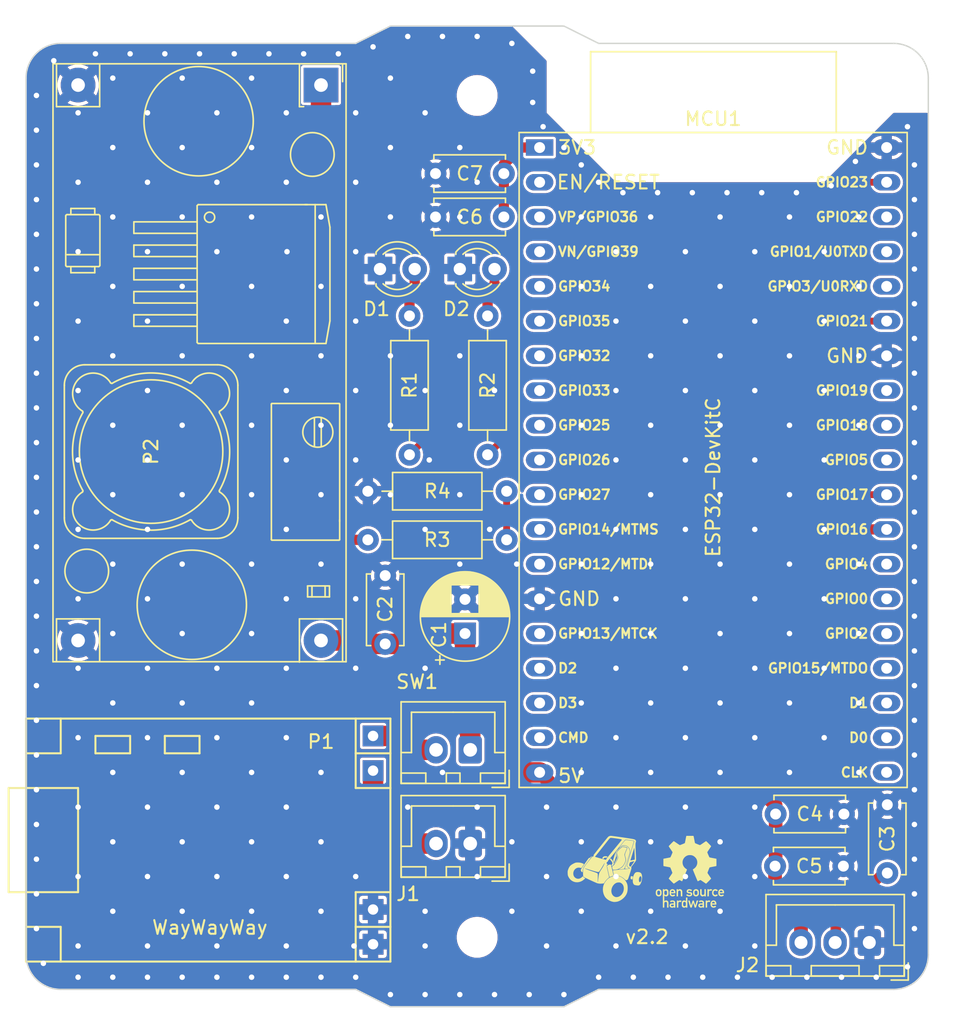
<source format=kicad_pcb>
(kicad_pcb (version 20221018) (generator pcbnew)
  (title_block (title "module") (date "2023-12-29") (rev "v2.2") (company "Parahybaja") (comment 1 "by Jefferson Lopes"))
  (layers (0 "F.Cu" signal) (31 "B.Cu" signal) (34 "B.Paste" user) (35 "F.Paste" user) (36 "B.SilkS" user "B.Silkscreen") (37 "F.SilkS" user "F.Silkscreen") (38 "B.Mask" user) (39 "F.Mask" user) (44 "Edge.Cuts" user))
  (net 0 "")
  (net 1 "+3V3")
  (net 2 "GND")
  (net 3 "+5V")
  (net 4 "signal")
  (net 5 "VOLTAGE_DIVIDER")
  (net 6 "VBat")
  (net 7 "LED_ALIVE")
  (net 8 "LED_ON")
  (net 9 "Net-(D1-A)")
  (net 10 "Net-(D2-A)")
  (net 11 "Net-(P1-OUT+)")
  (net 41 "Net-(J1-Pin_2)")
  (footprint "StepDown:StepDown_LM2596" (layer "F.Cu") (at 138.57 49.238 -90)
    (fp_text reference "P2")
    (fp_text value "step up boost")
  )
  (footprint "LED_THT:LED_D3.0mm" (layer "F.Cu") (at 148.73 62.7)
    (fp_text reference "D2")
    (fp_text value "LEDG")
  )
  (footprint "Logos:parahybaja" (layer "F.Cu") (at 159.420559 106.573559)
    (fp_text reference "L1" hide)
    (fp_text value "~" hide)
  )
  (footprint "Espressif:ESP32-DevKitC" (layer "F.Cu") (at 154.572 53.81)
    (fp_text reference "MCU1")
    (fp_text value "ESP32-DevKitC")
  )
  (footprint "Resistor_THT:R_Axial_DIN0207_L6.3mm_D2.5mm_P10.16mm_Horizontal" (layer "F.Cu") (at 152.159 78.956 180)
    (fp_text reference "R4")
    (fp_text value "R_Small")
  )
  (footprint "Resistor_THT:R_Axial_DIN0207_L6.3mm_D2.5mm_P10.16mm_Horizontal" (layer "F.Cu") (at 145.047 76.289 90)
    (fp_text reference "R1")
    (fp_text value "300R")
  )
  (footprint "Capacitor_THT:CP_Radial_D6.3mm_P2.50mm" (layer "F.Cu") (at 149.111 89.37 90)
    (fp_text reference "C1")
    (fp_text value "470uF")
  )
  (footprint "Resistor_THT:R_Axial_DIN0207_L6.3mm_D2.5mm_P10.16mm_Horizontal" (layer "F.Cu") (at 141.999 82.512)
    (fp_text reference "R3")
    (fp_text value "R_Small")
  )
  (footprint "Connector_JST:JST_XH_B2B-XH-A_1x02_P2.50mm_Vertical" (layer "F.Cu") (at 149.492 97.879 180)
    (fp_text reference "SW1")
    (fp_text value "Conn_sw")
  )
  (footprint "Connector_JST:JST_XH_B3B-XH-A_1x03_P2.50mm_Vertical" (layer "F.Cu") (at 178.702 111.976 180)
    (fp_text reference "J2")
    (fp_text value "Conn_bat")
  )
  (footprint "Capacitor_THT:C_Disc_D5.0mm_W2.5mm_P5.00mm" (layer "F.Cu") (at 143.269 90.132 90)
    (fp_text reference "C2")
    (fp_text value "100nF")
  )
  (footprint "Battery_charger:TP4056" (layer "F.Cu") (at 116.98 95.593)
    (fp_text reference "P1")
    (fp_text value "TP4056 with protection")
  )
  (footprint "MountingHole:MountingHole_3.7mm" (layer "F.Cu") (at 150 50)
    (fp_text reference "H1" hide)
    (fp_text value "3.7")
  )
  (footprint "Capacitor_THT:C_Disc_D5.0mm_W2.5mm_P5.00mm" (layer "F.Cu") (at 171.844 102.578)
    (fp_text reference "C4")
    (fp_text value "10uF")
  )
  (footprint "MountingHole:MountingHole_3.7mm" (layer "F.Cu") (at 150 111.595)
    (fp_text reference "H2" hide)
    (fp_text value "3.7")
  )
  (footprint "Capacitor_THT:C_Disc_D5.0mm_W2.5mm_P5.00mm" (layer "F.Cu") (at 151.952 58.89 180)
    (fp_text reference "C6")
    (fp_text value "10uF")
  )
  (footprint "Resistor_THT:R_Axial_DIN0207_L6.3mm_D2.5mm_P10.16mm_Horizontal" (layer "F.Cu") (at 150.762 76.289 90)
    (fp_text reference "R2")
    (fp_text value "300R")
  )
  (footprint "Connector_JST:JST_XH_B2B-XH-A_1x02_P2.50mm_Vertical" (layer "F.Cu") (at 149.492 104.737 180)
    (fp_text reference "J1")
    (fp_text value "Conn_bat")
  )
  (footprint "Capacitor_THT:C_Disc_D5.0mm_W2.5mm_P5.00mm" (layer "F.Cu") (at 171.804 106.388)
    (fp_text reference "C5")
    (fp_text value "100nF")
  )
  (footprint "Capacitor_THT:C_Disc_D5.0mm_W2.5mm_P5.00mm" (layer "F.Cu") (at 180.019 106.896 90)
    (fp_text reference "C3")
    (fp_text value "22pF")
  )
  (footprint "Capacitor_THT:C_Disc_D5.0mm_W2.5mm_P5.00mm" (layer "F.Cu") (at 151.952 55.715 180)
    (fp_text reference "C7")
    (fp_text value "100nF")
  )
  (footprint "Logos:open_hardware" (layer "F.Cu") (at 165.569217 106.800873)
    (fp_text reference "L2" hide)
    (fp_text value "~" hide)
  )
  (footprint "LED_THT:LED_D3.0mm" (layer "F.Cu") (at 142.888 62.7)
    (fp_text reference "D1")
    (fp_text value "LEDR")
  )
  (gr_line (start 143.65 116.675) (end 156.35 116.675) (stroke (width 0.1)) (layer "Edge.Cuts"))
  (gr_line (start 183.02 48.73) (end 183.02 112.865) (stroke (width 0.1)) (layer "Edge.Cuts"))
  (gr_line (start 141.11 46.19) (end 119.52 46.19) (stroke (width 0.1)) (layer "Edge.Cuts"))
  (gr_line (start 143.65 44.92) (end 156.35 44.92) (stroke (width 0.1)) (layer "Edge.Cuts"))
  (gr_arc (start 183.02 112.865) (mid 182.276051 114.661051) (end 180.48 115.405) (stroke (width 0.1)) (layer "Edge.Cuts"))
  (gr_line (start 143.65 44.92) (end 141.11 46.19) (stroke (width 0.1)) (layer "Edge.Cuts"))
  (gr_arc (start 119.52 115.405) (mid 117.723949 114.661051) (end 116.98 112.865) (stroke (width 0.1)) (layer "Edge.Cuts"))
  (gr_arc (start 180.48 46.19) (mid 182.276051 46.933949) (end 183.02 48.73) (stroke (width 0.1)) (layer "Edge.Cuts"))
  (gr_line (start 119.52 115.405) (end 141.11 115.405) (stroke (width 0.1)) (layer "Edge.Cuts"))
  (gr_line (start 158.89 115.405) (end 180.48 115.405) (stroke (width 0.1)) (layer "Edge.Cuts"))
  (gr_line (start 143.65 116.675) (end 141.11 115.405) (stroke (width 0.1)) (layer "Edge.Cuts"))
  (gr_line (start 156.35 116.675) (end 158.89 115.405) (stroke (width 0.1)) (layer "Edge.Cuts"))
  (gr_arc (start 116.98 48.73) (mid 117.723949 46.933949) (end 119.52 46.19) (stroke (width 0.1)) (layer "Edge.Cuts"))
  (gr_line (start 116.98 112.865) (end 116.98 48.73) (stroke (width 0.1)) (layer "Edge.Cuts"))
  (gr_line (start 158.89 46.19) (end 180.48 46.19) (stroke (width 0.1)) (layer "Edge.Cuts"))
  (gr_line (start 156.35 44.92) (end 158.89 46.19) (stroke (width 0.1)) (layer "Edge.Cuts"))
  (gr_text "v2.2" (at 160.7696 112.1538) (layer "F.SilkS") (effects (font (size 1 1)) (justify left bottom)))
  (gr_text "WayWayWay" (at 126.124 111.468) (layer "F.SilkS") (effects (font (size 1 1)) (justify left bottom)))
  (segment (start 151.952 58.89) (end 151.952 55.715) (width 0.75) (layer "F.Cu") (net 1))
  (segment (start 153.175 53.81) (end 154.572 53.81) (width 0.75) (layer "F.Cu") (net 1))
  (segment (start 151.952 55.715) (end 151.952 55.033) (width 0.75) (layer "F.Cu") (net 1))
  (segment (start 151.952 55.033) (end 153.175 53.81) (width 0.75) (layer "F.Cu") (net 1))
  (via (at 165.24 112.23) (size 0.8) (drill 0.4) (layers "F.Cu" "B.Cu") (net 2))
  (via (at 128.41 104.61) (size 0.8) (drill 0.4) (layers "F.Cu" "B.Cu") (net 2))
  (via (at 182.004 62.7) (size 0.8) (drill 0.4) (layers "F.Cu" "B.Cu") (net 2))
  (via (at 172.86 63.97) (size 0.8) (drill 0.4) (layers "F.Cu" "B.Cu") (net 2))
  (via (at 128.41 48.73) (size 0.8) (drill 0.4) (layers "F.Cu" "B.Cu") (net 2))
  (via (at 175.908 56.604) (size 0.8) (drill 0.4) (layers "F.Cu" "B.Cu") (net 2))
  (via (at 132.22 46.952) (size 0.8) (drill 0.4) (layers "F.Cu" "B.Cu") (net 2))
  (via (at 136.03 56.35) (size 0.8) (drill 0.4) (layers "F.Cu" "B.Cu") (net 2))
  (via (at 167.78 63.97) (size 0.8) (drill 0.4) (layers "F.Cu" "B.Cu") (net 2))
  (via (at 143.65 58.89) (size 0.8) (drill 0.4) (layers "F.Cu" "B.Cu") (net 2))
  (via (at 170.32 61.43) (size 0.8) (drill 0.4) (layers "F.Cu" "B.Cu") (net 2))
  (via (at 150 107.15) (size 0.8) (drill 0.4) (layers "F.Cu" "B.Cu") (net 2))
  (via (at 133.49 79.21) (size 0.8) (drill 0.4) (layers "F.Cu" "B.Cu") (net 2))
  (via (at 160.16 107.15) (size 0.8) (drill 0.4) (layers "F.Cu" "B.Cu") (net 2))
  (via (at 167.78 89.37) (size 0.8) (drill 0.4) (layers "F.Cu" "B.Cu") (net 2))
  (via (at 142.38 46.444) (size 0.8) (drill 0.4) (layers "F.Cu" "B.Cu") (net 2))
  (via (at 130.95 96.99) (size 0.8) (drill 0.4) (layers "F.Cu" "B.Cu") (net 2))
  (via (at 136.03 112.23) (size 0.8) (drill 0.4) (layers "F.Cu" "B.Cu") (net 2))
  (via (at 162.7 94.45) (size 0.8) (drill 0.4) (layers "F.Cu" "B.Cu") (net 2))
  (via (at 171.59 114.516) (size 0.8) (drill 0.4) (layers "F.Cu" "B.Cu") (net 2))
  (via (at 128.41 109.69) (size 0.8) (drill 0.4) (layers "F.Cu" "B.Cu") (net 2))
  (via (at 141.11 51.27) (size 0.8) (drill 0.4) (layers "F.Cu" "B.Cu") (net 2))
  (via (at 175.4 86.83) (size 0.8) (drill 0.4) (layers "F.Cu" "B.Cu") (net 2))
  (via (at 174.13 114.516) (size 0.8) (drill 0.4) (layers "F.Cu" "B.Cu") (net 2))
  (via (at 120.79 71.59) (size 0.8) (drill 0.4) (layers "F.Cu" "B.Cu") (net 2))
  (via (at 137.3 46.952) (size 0.8) (drill 0.4) (layers "F.Cu" "B.Cu") (net 2))
  (via (at 150 45.682) (size 0.8) (drill 0.4) (layers "F.Cu" "B.Cu") (net 2))
  (via (at 160.16 71.59) (size 0.8) (drill 0.4) (layers "F.Cu" "B.Cu") (net 2))
  (via (at 170.32 86.83) (size 0.8) (drill 0.4) (layers "F.Cu" "B.Cu") (net 2))
  (via (at 117.742 52.54) (size 0.8) (drill 0.4) (layers "F.Cu" "B.Cu") (net 2))
  (via (at 128.41 79.21) (size 0.8) (drill 0.4) (layers "F.Cu" "B.Cu") (net 2))
  (via (at 167.78 94.45) (size 0.8) (drill 0.4) (layers "F.Cu" "B.Cu") (net 2))
  (via (at 170.32 107.15) (size 0.8) (drill 0.4) (layers "F.Cu" "B.Cu") (net 2))
  (via (at 117.742 77.94) (size 0.8) (drill 0.4) (layers "F.Cu" "B.Cu") (net 2))
  (via (at 119.012 47.46) (size 0.8) (drill 0.4) (layers "F.Cu" "B.Cu") (net 2))
  (via (at 120.79 61.43) (size 0.8) (drill 0.4) (layers "F.Cu" "B.Cu") (net 2))
  (via (at 138.57 63.97) (size 0.8) (drill 0.4) (layers "F.Cu" "B.Cu") (net 2))
  (via (at 182.004 70.32) (size 0.8) (drill 0.4) (layers "F.Cu" "B.Cu") (net 2))
  (via (at 172.86 69.05) (size 0.8) (drill 0.4) (layers "F.Cu" "B.Cu") (net 2))
  (via (at 123.33 104.61) (size 0.8) (drill 0.4) (layers "F.Cu" "B.Cu") (net 2))
  (via (at 123.33 89.37) (size 0.8) (drill 0.4) (layers "F.Cu" "B.Cu") (net 2))
  (via (at 136.03 114.516) (size 0.8) (drill 0.4) (layers "F.Cu" "B.Cu") (net 2))
  (via (at 123.33 58.89) (size 0.8) (drill 0.4) (layers "F.Cu" "B.Cu") (net 2))
  (via (at 125.87 96.99) (size 0.8) (drill 0.4) (layers "F.Cu" "B.Cu") (net 2))
  (via (at 117.742 83.02) (size 0.8) (drill 0.4) (layers "F.Cu" "B.Cu") (net 2))
  (via (at 117.742 80.48) (size 0.8) (drill 0.4) (layers "F.Cu" "B.Cu") (net 2))
  (via (at 125.87 86.83) (size 0.8) (drill 0.4) (layers "F.Cu" "B.Cu") (net 2))
  (via (at 120.79 86.83) (size 0.8) (drill 0.4) (layers "F.Cu" "B.Cu") (net 2))
  (via (at 172.86 94.45) (size 0.8) (drill 0.4) (layers "F.Cu" "B.Cu") (net 2))
  (via (at 138.57 79.21) (size 0.8) (drill 0.4) (layers "F.Cu" "B.Cu") (net 2))
  (via (at 136.03 91.91) (size 0.8) (drill 0.4) (layers "F.Cu" "B.Cu") (net 2))
  (via (at 128.41 74.13) (size 0.8) (drill 0.4) (layers "F.Cu" "B.Cu") (net 2))
  (via (at 182.004 57.62) (size 0.8) (drill 0.4) (layers "F.Cu" "B.Cu") (net 2))
  (via (at 117.742 60.16) (size 0.8) (drill 0.4) (layers "F.Cu" "B.Cu") (net 2))
  (via (at 182.004 83.02) (size 0.8) (drill 0.4) (layers "F.Cu" "B.Cu") (net 2))
  (via (at 172.86 99.53) (size 0.8) (drill 0.4) (layers "F.Cu" "B.Cu") (net 2))
  (via (at 148.73 69.05) (size 0.8) (drill 0.4) (layers "F.Cu" "B.Cu") (net 2))
  (via (at 146.4948 76.67) (size 0.8) (drill 0.4) (layers "F.Cu" "B.Cu") (net 2))
  (via (at 170.32 81.75) (size 0.8) (drill 0.4) (layers "F.Cu" "B.Cu") (net 2))
  (via (at 125.87 51.27) (size 0.8) (drill 0.4) (layers "F.Cu" "B.Cu") (net 2))
  (via (at 181.496 113.754) (size 0.8) (drill 0.4) (layers "F.Cu" "B.Cu") (net 2))
  (via (at 120.79 76.67) (size 0.8) (drill 0.4) (layers "F.Cu" "B.Cu") (net 2))
  (via (at 136.03 102.07) (size 0.8) (drill 0.4) (layers "F.Cu" "B.Cu") (net 2))
  (via (at 172.86 89.37) (size 0.8) (drill 0.4) (layers "F.Cu" "B.Cu") (net 2))
  (via (at 125.87 71.59) (size 0.8) (drill 0.4) (layers "F.Cu" "B.Cu") (net 2))
  (via (at 123.33 84.29) (size 0.8) (drill 0.4) (layers "F.Cu" "B.Cu") (net 2))
  (via (at 128.41 69.05) (size 0.8) (drill 0.4) (layers "F.Cu" "B.Cu") (net 2))
  (via (at 122.06 46.952) (size 0.8) (drill 0.4) (layers "F.Cu" "B.Cu") (net 2))
  (via (at 141.11 66.51) (size 0.8) (drill 0.4) (layers "F.Cu" "B.Cu") (net 2))
  (via (at 169.05 114.516) (size 0.8) (drill 0.4) (layers "F.Cu" "B.Cu") (net 2))
  (via (at 128.41 99.53) (size 0.8) (drill 0.4) (layers "F.Cu" "B.Cu") (net 2))
  (via (at 155.08 107.15) (size 0.8) (drill 0.4) (layers "F.Cu" "B.Cu") (net 2))
  (via (at 117.742 50) (size 0.8) (drill 0.4) (layers "F.Cu" "B.Cu") (net 2))
  (via (at 172.86 74.13) (size 0.8) (drill 0.4) (layers "F.Cu" "B.Cu") (net 2))
  (via (at 117.742 90.64) (size 0.8) (drill 0.4) (layers "F.Cu" "B.Cu") (net 2))
  (via (at 157.62 109.69) (size 0.8) (drill 0.4) (layers "F.Cu" "B.Cu") (net 2))
  (via (at 123.33 48.73) (size 0.8) (drill 0.4) (layers "F.Cu" "B.Cu") (net 2))
  (via (at 133.49 114.516) (size 0.8) (drill 0.4) (layers "F.Cu" "B.Cu") (net 2))
  (via (at 123.33 109.69) (size 0.8) (drill 0.4) (layers "F.Cu" "B.Cu") (net 2))
  (via (at 175.4 91.91) (size 0.8) (drill 0.4) (layers "F.Cu" "B.Cu") (net 2))
  (via (at 130.95 51.27) (size 0.8) (drill 0.4) (layers "F.Cu" "B.Cu") (net 2))
  (via (at 143.65 69.05) (size 0.8) (drill 0.4) (layers "F.Cu" "B.Cu") (net 2))
  (via (at 157.62 63.97) (size 0.8) (drill 0.4) (layers "F.Cu" "B.Cu") (net 2))
  (via (at 165.24 96.99) (size 0.8) (drill 0.4) (layers "F.Cu" "B.Cu") (net 2))
  (via (at 157.62 89.37) (size 0.8) (drill 0.4) (layers "F.Cu" "B.Cu") (net 2))
  (via (at 140.983 112.23) (size 0.8) (drill 0.4) (layers "F.Cu" "B.Cu") (net 2))
  (via (at 177.94 94.45) (size 0.8) (drill 0.4) (layers "F.Cu" "B.Cu") (net 2))
  (via (at 146.19 112.23) (size 0.8) (drill 0.4) (layers "F.Cu" "B.Cu") (net 2))
  (via (at 170.828 57.112) (size 0.8) (drill 0.4) (layers "F.Cu" "B.Cu") (net 2))
  (via (at 170.32 76.67) (size 0.8) (drill 0.4) (layers "F.Cu" "B.Cu") (net 2))
  (via (at 162.7 89.37) (size 0.8) (drill 0.4) (layers "F.Cu" "B.Cu") (net 2))
  (via (at 165.24 76.67) (size 0.8) (drill 0.4) (layers "F.Cu" "B.Cu") (net 2))
  (via (at 133.49 104.61) (size 0.8) (drill 0.4) (layers "F.Cu" "B.Cu") (net 2))
  (via (at 156.35 53.81) (size 0.8) (drill 0.4) (layers "F.Cu" "B.Cu") (net 2))
  (via (at 136.03 76.67) (size 0.8) (drill 0.4) (layers "F.Cu" "B.Cu") (net 2))
  (via (at 141.11 91.91) (size 0.8) (drill 0.4) (layers "F.Cu" "B.Cu") (net 2))
  (via (at 133.49 48.73) (size 0.8) (drill 0.4) (layers "F.Cu" "B.Cu") (net 2))
  (via (at 130.95 107.15) (size 0.8) (drill 0.4) (layers "F.Cu" "B.Cu") (net 2))
  (via (at 161.43 114.516) (size 0.8) (drill 0.4) (layers "F.Cu" "B.Cu") (net 2))
  (via (at 138.57 99.53) (size 0.8) (drill 0.4) (layers "F.Cu" "B.Cu") (net 2))
  (via (at 152.54 104.61) (size 0.8) (drill 0.4) (layers "F.Cu" "B.Cu") (net 2))
  (via (at 165.24 81.75) (size 0.8) (drill 0.4) (layers "F.Cu" "B.Cu") (net 2))
  (via (at 155.08 102.07) (size 0.8) (drill 0.4) (layers "F.Cu" "B.Cu") (net 2))
  (via (at 177.94 99.53) (size 0.8) (drill 0.4) (layers "F.Cu" "B.Cu") (net 2))
  (via (at 148.73 84.29) (size 0.8) (drill 0.4) (layers "F.Cu" "B.Cu") (net 2))
  (via (at 133.49 74.13) (size 0.8) (drill 0.4) (layers "F.Cu" "B.Cu") (net 2))
  (via (at 158.89 56.35) (size 0.8) (drill 0.4) (layers "F.Cu" "B.Cu") (net 2))
  (via (at 117.742 88.1) (size 0.8) (drill 0.4) (layers "F.Cu" "B.Cu") (net 2))
  (via (at 182.004 55.08) (size 0.8) (drill 0.4) (layers "F.Cu" "B.Cu") (net 2))
  (via (at 182.004 80.48) (size 0.8) (drill 0.4) (layers "F.Cu" "B.Cu") (net 2))
  (via (at 182.004 77.94) (size 0.8) (drill 0.4) (layers "F.Cu" "B.Cu") (net 2))
  (via (at 175.4 96.99) (size 0.8) (drill 0.4) (layers "F.Cu" "B.Cu") (net 2))
  (via (at 175.4 71.59) (size 0.8) (drill 0.4) (layers "F.Cu" "B.Cu") (net 2))
  (via (at 160.16 102.07) (size 0.8) (drill 0.4) (layers "F.Cu" "B.Cu") (net 2))
  (via (at 177.686 54.826) (size 0.8) (drill 0.4) (layers "F.Cu" "B.Cu") (net 2))
  (via (at 175.4 76.67) (size 0.8) (drill 0.4) (layers "F.Cu" "B.Cu") (net 2))
  (via (at 176.67 114.516) (size 0.8) (drill 0.4) (layers "F.Cu" "B.Cu") (net 2))
  (via (at 162.7 84.29) (size 0.8) (drill 0.4) (layers "F.Cu" "B.Cu") (net 2))
  (via (at 125.87 56.35) (size 0.8) (drill 0.4) (layers "F.Cu" "B.Cu") (net 2))
  (via (at 157.62 104.61) (size 0.8) (drill 0.4) (layers "F.Cu" "B.Cu") (net 2))
  (via (at 133.49 99.53) (size 0.8) (drill 0.4) (layers "F.Cu" "B.Cu") (net 2))
  (via (at 167.78 104.61) (size 0.8) (drill 0.4) (layers "F.Cu" "B.Cu") (net 2))
  (via (at 182.004 110.96) (size 0.8) (drill 0.4) (layers "F.Cu" "B.Cu") (net 2))
  (via (at 133.49 63.97) (size 0.8) (drill 0.4) (layers "F.Cu" "B.Cu") (net 2))
  (via (at 120.79 107.15) (size 0.8) (drill 0.4) (layers "F.Cu" "B.Cu") (net 2))
  (via (at 156.35 115.786) (size 0.8) (drill 0.4) (layers "F.Cu" "B.Cu") (net 2))
  (via (at 170.32 71.59) (size 0.8) (drill 0.4) (layers "F.Cu" "B.Cu") (net 2))
  (via (at 143.65 79.21) (size 0.8) (drill 0.4) (layers "F.Cu" "B.Cu") (net 2))
  (via (at 170.32 96.99) (size 0.8) (drill 0.4) (layers "F.Cu" "B.Cu") (net 2))
  (via (at 168.288 57.112) (size 0.8) (drill 0.4) (layers "F.Cu" "B.Cu") (net 2))
  (via (at 117.742 103.34) (size 0.8) (drill 0.4) (layers "F.Cu" "B.Cu") (net 2))
  (via (at 154.064 48.222) (size 0.8) (drill 0.4) (layers "F.Cu" "B.Cu") (net 2))
  (via (at 182.004 93.18) (size 0.8) (drill 0.4) (layers "F.Cu" "B.Cu") (net 2))
  (via (at 128.41 114.516) (size 0.8) (drill 0.4) (layers "F.Cu" "B.Cu") (net 2))
  (via (at 117.742 72.86) (size 0.8) (drill 0.4) (layers "F.Cu" "B.Cu") (net 2))
  (via (at 130.95 61.43) (size 0.8) (drill 0.4) (layers "F.Cu" "B.Cu") (net 2))
  (via (at 146.19 115.786) (size 0.8) (drill 0.4) (layers "F.Cu" "B.Cu") (net 2))
  (via (at 163.208 57.112) (size 0.8) (drill 0.4) (layers "F.Cu" "B.Cu") (net 2))
  (via (at 124.6 46.952) (size 0.8) (drill 0.4) (layers "F.Cu" "B.Cu") (net 2))
  (via (at 120.79 96.99) (size 0.8) (drill 0.4) (layers "F.Cu" "B.Cu") (net 2))
  (via (at 157.62 69.05) (size 0.8) (drill 0.4) (layers "F.Cu" "B.Cu") (net 2))
  (via (at 120.79 112.23) (size 0.8) (drill 0.4) (layers "F.Cu" "B.Cu") (net 2))
  (via (at 127.14 46.952) (size 0.8) (drill 0.4) (layers "F.Cu" "B.Cu") (net 2))
  (via (at 117.742 105.88) (size 0.8) (drill 0.4) (layers "F.Cu" "B.Cu") (net 2))
  (via (at 167.78 79.21) (size 0.8) (drill 0.4) (layers "F.Cu" "B.Cu") (net 2))
  (via (at 117.742 93.18) (size 0.8) (drill 0.4) (layers "F.Cu" "B.Cu") (net 2))
  (via (at 165.748 57.112) (size 0.8) (drill 0.4) (layers "F.Cu" "B.Cu") (net 2))
  (via (at 125.87 61.43) (size 0.8) (drill 0.4) (layers "F.Cu" "B.Cu") (net 2))
  (via (at 177.94 63.97) (size 0.8) (drill 0.4) (layers "F.Cu" "B.Cu") (net 2))
  (via (at 167.78 58.89) (size 0.8) (drill 0.4) (layers "F.Cu" "B.Cu") (net 2))
  (via (at 147.46 99.53) (size 0.8) (drill 0.4) (layers "F.Cu" "B.Cu") (net 2))
  (via (at 143.65 74.13) (size 0.8) (drill 0.4) (layers "F.Cu" "B.Cu") (net 2))
  (via (at 136.03 71.59) (size 0.8) (drill 0.4) (layers "F.Cu" "B.Cu") (net 2))
  (via (at 141.11 107.15) (size 0.8) (drill 0.4) (layers "F.Cu" "B.Cu") (net 2))
  (via (at 133.49 94.45) (size 0.8) (drill 0.4) (layers "F.Cu" "B.Cu") (net 2))
  (via (at 138.57 109.69) (size 0.8) (drill 0.4) (layers "F.Cu" "B.Cu") (net 2))
  (via (at 182.004 67.78) (size 0.8) (drill 0.4) (layers "F.Cu" "B.Cu") (net 2))
  (via (at 162.7 104.61) (size 0.8) (drill 0.4) (layers "F.Cu" "B.Cu") (net 2))
  (via (at 128.41 94.45) (size 0.8) (drill 0.4) (layers "F.Cu" "B.Cu") (net 2))
  (via (at 133.49 53.81) (size 0.8) (drill 0.4) (layers "F.Cu" "B.Cu") (net 2))
  (via (at 160.16 81.75) (size 0.8) (drill 0.4) (layers "F.Cu" "B.Cu") (net 2))
  (via (at 136.03 51.27) (size 0.8) (drill 0.4) (layers "F.Cu" "B.Cu") (net 2))
  (via (at 160.16 76.67) (size 0.8) (drill 0.4) (layers "F.Cu" "B.Cu") (net 2))
  (via (at 158.89 114.516) (size 0.8) (drill 0.4) (layers "F.Cu" "B.Cu") (net 2))
  (via (at 144.92 45.682) (size 0.8) (drill 0.4) (layers "F.Cu" "B.Cu") (net 2))
  (via (at 120.79 51.27) (size 0.8) (drill 0.4) (layers "F.Cu" "B.Cu") (net 2))
  (via (at 146.19 91.91) (size 0.8) (drill 0.4) (layers "F.Cu" "B.Cu") (net 2))
  (via (at 123.33 94.45) (size 0.8) (drill 0.4) (layers "F.Cu" "B.Cu") (net 2))
  (via (at 125.87 81.75) (size 0.8) (drill 0.4) (layers "F.Cu" "B.Cu") (net 2))
  (via (at 117.742 95.72) (size 0.8) (drill 0.4) (layers "F.Cu" "B.Cu") (net 2))
  (via (at 167.78 99.53) (size 0.8) (drill 0.4) (layers "F.Cu" "B.Cu") (net 2))
  (via (at 130.95 56.35) (size 0.8) (drill 0.4) (layers "F.Cu" "B.Cu") (net 2))
  (via (at 175.4 61.43) (size 0.8) (drill 0.4) (layers "F.Cu" "B.Cu") (net 2))
  (via (at 177.94 58.89) (size 0.8) (drill 0.4) (layers "F.Cu" "B.Cu") (net 2))
  (via (at 162.7 79.21) (size 0.8) (drill 0.4) (layers "F.Cu" "B.Cu") (net 2))
  (via (at 148.73 58.89) (size 0.8) (drill 0.4) (layers "F.Cu" "B.Cu") (net 2))
  (via (at 123.33 74.13) (size 0.8) (drill 0.4) (layers "F.Cu" "B.Cu") (net 2))
  (via (at 177.94 69.05) (size 0.8) (drill 0.4) (layers "F.Cu" "B.Cu") (net 2))
  (via (at 117.742 75.4) (size 0.8) (drill 0.4) (layers "F.Cu" "B.Cu") (net 2))
  (via (at 117.742 100.8) (size 0.8) (drill 0.4) (layers "F.Cu" "B.Cu") (net 2))
  (via (at 157.62 84.29) (size 0.8) (drill 0.4) (layers "F.Cu" "B.Cu") (net 2))
  (via (at 120.79 102.07) (size 0.8) (drill 0.4) (layers "F.Cu" "B.Cu") (net 2))
  (via (at 141.11 56.35) (size 0.8) (drill 0.4) (layers "F.Cu" "B.Cu") (net 2))
  (via (at 148.73 115.786) (size 0.8) (drill 0.4) (layers "F.Cu" "B.Cu") (net 2))
  (via (at 167.78 84.29) (size 0.8) (drill 0.4) (layers "F.Cu" "B.Cu") (net 2))
  (via (at 117.742 62.7) (size 0.8) (drill 0.4) (layers "F.Cu" "B.Cu") (net 2))
  (via (at 152.8956 84.29) (size 0.8) (drill 0.4) (layers "F.Cu" "B.Cu") (net 2))
  (via (at 182.004 105.88) (size 0.8) (drill 0.4) (layers "F.Cu" "B.Cu") (net 2))
  (via (at 123.33 53.81) (size 0.8) (drill 0.4) (layers "F.Cu" "B.Cu") (net 2))
  (via (at 120.79 56.35) (size 0.8) (drill 0.4) (layers "F.Cu" "B.Cu") (net 2))
  (via (at 162.7 58.89) (size 0.8) (drill 0.4) (layers "F.Cu" "B.Cu") (net 2))
  (via (at 182.004 75.4) (size 0.8) (drill 0.4) (layers "F.Cu" "B.Cu") (net 2))
  (via (at 167.78 69.05) (size 0.8) (drill 0.4) (layers "F.Cu" "B.Cu") (net 2))
  (via (at 120.79 81.75) (size 0.8) (drill 0.4) (layers "F.Cu" "B.Cu") (net 2))
  (via (at 133.49 89.37) (size 0.8) (drill 0.4) (layers "F.Cu" "B.Cu") (net 2))
  (via (at 129.68 46.952) (size 0.8) (drill 0.4) (layers "F.Cu" "B.Cu") (net 2))
  (via (at 157.62 74.13) (size 0.8) (drill 0.4) (layers "F.Cu" "B.Cu") (net 2))
  (via (at 170.32 66.51) (size 0.8) (drill 0.4) (layers "F.Cu" "B.Cu") (net 2))
  (via (at 117.742 65.24) (size 0.8) (drill 0.4) (layers "F.Cu" "B.Cu") (net 2))
  (via (at 163.97 114.516) (size 0.8) (drill 0.4) (layers "F.Cu" "B.Cu") (net 2))
  (via (at 117.742 110.96) (size 0.8) (drill 0.4) (layers "F.Cu" "B.Cu") (net 2))
  (via (at 182.004 90.64) (size 0.8) (drill 0.4) (layers "F.Cu" "B.Cu") (net 2))
  (via (at 138.57 69.05) (size 0.8) (drill 0.4) (layers "F.Cu" "B.Cu") (net 2))
  (via (at 172.86 79.21) (size 0.8) (drill 0.4) (layers "F.Cu" "B.Cu") (net 2))
  (via (at 172.86 84.29) (size 0.8) (drill 0.4) (layers "F.Cu" "B.Cu") (net 2))
  (via (at 167.78 74.13) (size 0.8) (drill 0.4) (layers "F.Cu" "B.Cu") (net 2))
  (via (at 162.7 63.97) (size 0.8) (drill 0.4) (layers "F.Cu" "B.Cu") (net 2))
  (via (at 151.27 71.59) (size 0.8) (drill 0.4) (layers "F.Cu" "B.Cu") (net 2))
  (via (at 160.16 91.91) (size 0.8) (drill 0.4) (layers "F.Cu" "B.Cu") (net 2))
  (via (at 181.496 52.286) (size 0.8) (drill 0.4) (layers "F.Cu" "B.Cu") (net 2))
  (via (at 150.9144 81.75) (size 0.8) (drill 0.4) (layers "F.Cu" "B.Cu") (net 2))
  (via (at 150 102.07) (size 0.8) (drill 0.4) (layers "F.Cu" "B.Cu") (net 2))
  (via (at 182.004 98.26) (size 0.8) (drill 0.4) (layers "F.Cu" "B.Cu") (net 2))
  (via (at 117.742 85.56) (size 0.8) (drill 0.4) (layers "F.Cu" "B.Cu") (net 2))
  (via (at 117.742 55.08) (size 0.8) (drill 0.4) (layers "F.Cu" "B.Cu") (net 2))
  (via (at 125.87 91.91) (size 0.8) (drill 0.4) (layers "F.Cu" "B.Cu") (net 2))
  (via (at 117.742 57.62) (size 0.8) (drill 0.4) (layers "F.Cu" "B.Cu") (net 2))
  (via (at 165.24 66.51) (size 0.8) (drill 0.4) (layers "F.Cu" "B.Cu") (net 2))
  (via (at 141.11 86.83) (size 0.8) (drill 0.4) (layers "F.Cu" "B.Cu") (net 2))
  (via (at 123.33 79.21) (size 0.8) (drill 0.4) (layers "F.Cu" "B.Cu") (net 2))
  (via (at 136.0808 61.43) (size 0.8) (drill 0.4) (layers "F.Cu" "B.Cu") (net 2))
  (via (at 125.87 66.51) (size 0.8) (drill 0.4) (layers "F.Cu" "B.Cu") (net 2))
  (via (at 165.24 102.07) (size 0.8) (drill 0.4) (layers "F.Cu" "B.Cu") (net 2))
  (via (at 147.46 45.682) (size 0.8) (drill 0.4) (layers "F.Cu" "B.Cu") (net 2))
  (via (at 138.57 58.89) (size 0.8) (drill 0.4) (layers "F.Cu" "B.Cu") (net 2))
  (via (at 150 56.35) (size 0.8) (drill 0.4) (layers "F.Cu" "B.Cu") (net 2))
  (via (at 160.668 57.112) (size 0.8) (drill 0.4) (layers "F.Cu" "B.Cu") (net 2))
  (via (at 123.33 69.05) (size 0.8) (drill 0.4) (layers "F.Cu" "B.Cu") (net 2))
  (via (at 143.65 53.81) (size 0.8) (drill 0.4) (layers "F.Cu" "B.Cu") (net 2))
  (via (at 153.81 115.786) (size 0.8) (drill 0.4) (layers "F.Cu" "B.Cu") (net 2))
  (via (at 120.79 91.91) (size 0.8) (drill 0.4) (layers "F.Cu" "B.Cu") (net 2))
  (via (at 162.7 99.53) (size 0.8) (drill 0.4) (layers "F.Cu" "B.Cu") (net 2))
  (via (at 139.84 46.952) (size 0.8) (drill 0.4) (layers "F.Cu" "B.Cu") (net 2))
  (via (at 160.16 96.99) (size 0.8) (drill 0.4) (layers "F.Cu" "B.Cu") (net 2))
  (via (at 165.24 61.43) (size 0.8) (drill 0.4) (layers "F.Cu" "B.Cu") (net 2))
  (via (at 173.368 57.112) (size 0.8) (drill 0.4) (layers "F.Cu" "B.Cu") (net 2))
  (via (at 148.73 79.21) (size 0.8) (drill 0.4) (layers "F.Cu" "B.Cu") (net 2))
  (via (at 125.87 114.516) (size 0.8) (drill 0.4) (layers "F.Cu" "B.Cu") (net 2))
  (via (at 148.73 53.81) (size 0.8) (drill 0.4) (layers "F.Cu" "B.Cu") (net 2))
  (via (at 154.064 50.508) (size 0.8) (drill 0.4) (layers "F.Cu" "B.Cu") (net 2))
  (via (at 152.54 46.19) (size 0.8) (drill 0.4) (layers "F.Cu" "B.Cu") (net 2))
  (via (at 120.79 66.51) (size 0.8) (drill 0.4) (layers "F.Cu" "B.Cu") (net 2))
  (via (at 133.49 109.69) (size 0.8) (drill 0.4) (layers "F.Cu" "B.Cu") (net 2))
  (via (at 130.95 102.07) (size 0.8) (drill 0.4) (layers "F.Cu" "B.Cu") (net 2))
  (via (at 123.33 63.97) (size 0.8) (drill 0.4) (layers "F.Cu" "B.Cu") (net 2))
  (via (at 123.33 114.516) (size 0.8) (drill 0.4) (layers "F.Cu" "B.Cu") (net 2))
  (via (at 182.004 88.1) (size 0.8) (drill 0.4) (layers "F.Cu" "B.Cu") (net 2))
  (via (at 182.004 85.56) (size 0.8) (drill 0.4) (layers "F.Cu" "B.Cu") (net 2))
  (via (at 170.32 102.07) (size 0.8) (drill 0.4) (layers "F.Cu" "B.Cu") (net 2))
  (via (at 141.11 71.59) (size 0.8) (drill 0.4) (layers "F.Cu" "B.Cu") (net 2))
  (via (at 143.65 115.786) (size 0.8) (drill 0.4) (layers "F.Cu" "B.Cu") (net 2))
  (via (at 125.87 107.15) (size 0.8) (drill 0.4) (layers "F.Cu" "B.Cu") (net 2))
  (via (at 167.78 109.69) (size 0.8) (drill 0.4) (layers "F.Cu" "B.Cu") (net 2))
  (via (at 175.4 81.75) (size 0.8) (drill 0.4) (layers "F.Cu" "B.Cu") (net 2))
  (via (at 182.004 65.24) (size 0.8) (drill 0.4) (layers "F.Cu" "B.Cu") (net 2))
  (via (at 130.95 114.516) (size 0.8) (drill 0.4) (layers "F.Cu" "B.Cu") (net 2))
  (via (at 157.62 55.08) (size 0.8) (drill 0.4) (layers "F.Cu" "B.Cu") (net 2))
  (via (at 182.004 95.72) (size 0.8) (drill 0.4) (layers "F.Cu" "B.Cu") (net 2))
  (via (at 133.49 58.89) (size 0.8) (drill 0.4) (layers "F.Cu" "B.Cu") (net 2))
  (via (at 160.16 66.51) (size 0.8) (drill 0.4) (layers "F.Cu" "B.Cu") (net 2))
  (via (at 182.004 60.16) (size 0.8) (drill 0.4) (layers "F.Cu" "B.Cu") (net 2))
  (via (at 170.32 112.23) (size 0.8) (drill 0.4) (layers "F.Cu" "B.Cu") (net 2))
  (via (at 125.87 76.67) (size 0.8) (drill 0.4) (layers "F.Cu" "B.Cu") (net 2))
  (via (at 117.742 108.42) (size 0.8) (drill 0.4) (layers "F.Cu" "B.Cu") (net 2))
  (via (at 182.004 72.86) (size 0.8) (drill 0.4) (layers "F.Cu" "B.Cu") (net 2))
  (via (at 141.11 76.67) (size 0.8) (drill 0.4) (layers "F.Cu" "B.Cu") (net 2))
  (via (at 133.49 69.05) (size 0.8) (drill 0.4) (layers "F.Cu" "B.Cu") (net 2))
  (via (at 160.16 61.43) (size 0.8) (drill 0.4) (layers "F.Cu" "B.Cu") (net 2))
  (via (at 162.7 69.05) (size 0.8) (drill 0.4) (layers "F.Cu" "B.Cu") (net 2))
  (via (at 128.41 63.97) (size 0.8) (drill 0.4) (layers "F.Cu" "B.Cu") (net 2))
  (via (at 172.86 58.89) (size 0.8) (drill 0.4) (layers "F.Cu" "B.Cu") (net 2))
  (via (at 146.19 109.69) (size 0.8) (drill 0.4) (layers "F.Cu" "B.Cu") (net 2))
  (via (at 155.08 112.23) (size 0.8) (drill 0.4) (layers "F.Cu" "B.Cu") (net 2))
  (via (at 141.11 114.516) (size 0.8) (drill 0.4) (layers "F.Cu" "B.Cu") (net 2))
  (via (at 165.24 91.91) (size 0.8) (drill 0.4) (layers "F.Cu" "B.Cu") (net 2))
  (via (at 128.41 89.37) (size 0.8) (drill 0.4) (layers "F.Cu" "B.Cu") (net 2))
  (via (at 152.54 109.69) (size 0.8) (drill 0.4) (layers "F.Cu" "B.Cu") (net 2))
  (via (at 146.19 81.75) (size 0.8) (drill 0.4) (layers "F.Cu" "B.Cu") (net 2))
  (via (at 136.03 96.99) (size 0.8) (drill 0.4) (layers "F.Cu" "B.Cu") (net 2))
  (via (at 177.94 84.29) (size 0.8) (drill 0.4) (layers "F.Cu" "B.Cu") (net 2))
  (via (at 144.92 102.07) (size 0.8) (drill 0.4) (layers "F.Cu" "B.Cu") (net 2))
  (via (at 136.03 81.75) (size 0.8) (drill 0.4) (layers "F.Cu" "B.Cu") (net 2))
  (via (at 148.73 74.13) (size 0.8) (drill 0.4) (layers "F.Cu" "B.Cu") (net 2))
  (via (at 138.57 74.13) (size 0.8) (drill 0.4) (layers "F.Cu" "B.Cu") (net 2))
  (via (at 136.03 86.83) (size 0.8) (drill 0.4) (layers "F.Cu" "B.Cu") (net 2))
  (via (at 160.16 86.83) (size 0.8) (drill 0.4) (layers "F.Cu" "B.Cu") (net 2))
  (via (at 128.41 53.81) (size 0.8) (drill 0.4) (layers "F.Cu" "B.Cu") (net 2))
  (via (at 118.25 113.5) (size 0.8) (drill 0.4) (layers "F.Cu" "B.Cu") (net 2))
  (via (at 177.94 89.37) (size 0.8) (drill 0.4) (layers "F.Cu" "B.Cu") (net 2))
  (via (at 125.87 102.07) (size 0.8) (drill 0.4) (layers "F.Cu" "B.Cu") (net 2))
  (via (at 162.7 109.69) (size 0.8) (drill 0.4) (layers "F.Cu" "B.Cu") (net 2))
  (via (at 165.24 107.15) (size 0.8) (drill 0.4) (layers "F.Cu" "B.Cu") (net 2))
  (via (at 151.27 115.786) (size 0.8) (drill 0.4) (layers "F.Cu" "B.Cu") (net 2))
  (via (at 177.94 74.13) (size 0.8) (drill 0.4) (layers "F.Cu" "B.Cu") (net 2))
  (via (at 160.16 112.23) (size 0.8) (drill 0.4) (layers "F.Cu" "B.Cu") (net 2))
  (via (at 136.03 66.51) (size 0.8) (drill 0.4) (layers "F.Cu" "B.Cu") (net 2))
  (via (at 166.51 114.516) (size 0.8) (drill 0.4) (layers "F.Cu" "B.Cu") (net 2))
  (via (at 123.33 99.53) (size 0.8) (drill 0.4) (layers "F.Cu" "B.Cu") (net 2))
  (via (at 130.95 91.91) (size 0.8) (drill 0.4) (layers "F.Cu" "B.Cu") (net 2))
  (via (at 157.62 94.45) (size 0.8) (drill 0.4) (layers "F.Cu" "B.Cu") (net 2))
  (via (at 146.19 71.59) (size 0.8) (drill 0.4) (layers "F.Cu" "B.Cu") (net 2))
  (via (at 138.57 84.29) (size 0.8) (drill 0.4) (layers "F.Cu" "B.Cu") (net 2))
  (via (at 182.004 100.8) (size 0.8) (drill 0.4) (layers "F.Cu" "B.Cu") (net 2))
  (via (at 154.826 52.286) (size 0.8) (drill 0.4) (layers "F.Cu" "B.Cu") (net 2))
  (via (at 157.62 99.53) (size 0.8) (drill 0.4) (layers "F.Cu" "B.Cu") (net 2))
  (via (at 182.004 103.34) (size 0.8) (drill 0.4) (layers "F.Cu" "B.Cu") (net 2))
  (via (at 143.65 48.73) (size 0.8) (drill 0.4) (layers "F.Cu" "B.Cu") (net 2))
  (via (at 165.24 71.59) (size 0.8) (drill 0.4) (layers "F.Cu" "B.Cu") (net 2))
  (via (at 138.57 104.61) (size 0.8) (drill 0.4) (layers "F.Cu" "B.Cu") (net 2))
  (via (at 162.7 74.13) (size 0.8) (drill 0.4) (layers "F.Cu" "B.Cu") (net 2))
  (via (at 120.79 114.516) (size 0.8) (drill 0.4) (layers "F.Cu" "B.Cu") (net 2))
  (via (at 128.41 84.29) (size 0.8) (drill 0.4) (layers "F.Cu" "B.Cu") (net 2))
  (via (at 133.49 84.29) (size 0.8) (drill 0.4) (layers "F.Cu" "B.Cu") (net 2))
  (via (at 138.57 114.516) (size 0.8) (drill 0.4) (layers "F.Cu" "B.Cu") (net 2))
  (via (at 146.19 51.27) (size 0.8) (drill 0.4) (layers "F.Cu" "B.Cu") (net 2))
  (via (at 130.95 112.23) (size 0.8) (drill 0.4) (layers "F.Cu" "B.Cu") (net 2))
  (via (at 179.21 114.516) (size 0.8) (drill 0.4) (layers "F.Cu" "B.Cu") (net 2))
  (via (at 128.41 58.89) (size 0.8) (drill 0.4) (layers "F.Cu" "B.Cu") (net 2))
  (via (at 136.03 107.15) (size 0.8) (drill 0.4) (layers "F.Cu" "B.Cu") (net 2))
  (via (at 182.004 108.42) (size 0.8) (drill 0.4) (layers "F.Cu" "B.Cu") (net 2))
  (via (at 117.742 70.32) (size 0.8) (drill 0.4) (layers "F.Cu" "B.Cu") (net 2))
  (via (at 170.32 91.91) (size 0.8) (drill 0.4) (layers "F.Cu" "B.Cu") (net 2))
  (via (at 117.742 98.26) (size 0.8) (drill 0.4) (layers "F.Cu" "B.Cu") (net 2))
  (via (at 175.4 66.51) (size 0.8) (drill 0.4) (layers "F.Cu" "B.Cu") (net 2))
  (via (at 157.62 79.21) (size 0.8) (drill 0.4) (layers "F.Cu" "B.Cu") (net 2))
  (via (at 165.24 86.83) (size 0.8) (drill 0.4) (layers "F.Cu" "B.Cu") (net 2))
  (via (at 125.87 112.23) (size 0.8) (drill 0.4) (layers "F.Cu" "B.Cu") (net 2))
  (via (at 117.742 67.78) (size 0.8) (drill 0.4) (layers "F.Cu" "B.Cu") (net 2))
  (via (at 141.11 61.43) (size 0.8) (drill 0.4) (layers "F.Cu" "B.Cu") (net 2))
  (via (at 134.76 46.952) (size 0.8) (drill 0.4) (layers "F.Cu" "B.Cu") (net 2))
  (via (at 157.62 58.89) (size 0.8) (drill 0.4) (layers "F.Cu" "B.Cu") (net 2))
  (segment (start 173.702 111.976) (end 173.702 110.659) (width 1) (layer "F.Cu") (net 3))
  (segment (start 152.159 98.387) (end 153.302 99.53) (width 1.5) (layer "F.Cu") (net 3))
  (segment (start 155.842 100.8) (end 170.701 100.8) (width 1) (layer "F.Cu") (net 3))
  (segment (start 144.92 90.132) (end 143.269 90.132) (width 1.5) (layer "F.Cu") (net 3))
  (segment (start 141.364 89.878) (end 141.618 90.132) (width 1.5) (layer "F.Cu") (net 3))
  (segment (start 149.111 89.37) (end 149.111 91.783) (width 1.5) (layer "F.Cu") (net 3))
  (segment (start 171.844 102.578) (end 171.844 106.348) (width 1) (layer "F.Cu") (net 3))
  (segment (start 152.159 94.831) (end 152.159 98.387) (width 1.5) (layer "F.Cu") (net 3))
  (segment (start 154.572 99.53) (end 155.842 100.8) (width 1) (layer "F.Cu") (net 3))
  (segment (start 145.682 89.37) (end 144.92 90.132) (width 1.5) (layer "F.Cu") (net 3))
  (segment (start 153.302 99.53) (end 154.572 99.53) (width 1.5) (layer "F.Cu") (net 3))
  (segment (start 138.57 89.878) (end 141.364 89.878) (width 1.5) (layer "F.Cu") (net 3))
  (segment (start 149.111 89.37) (end 145.682 89.37) (width 1.5) (layer "F.Cu") (net 3))
  (segment (start 170.701 100.8) (end 171.844 101.943) (width 1) (layer "F.Cu") (net 3))
  (segment (start 149.111 91.783) (end 152.159 94.831) (width 1.5) (layer "F.Cu") (net 3))
  (segment (start 141.618 90.132) (end 143.269 90.132) (width 1.5) (layer "F.Cu") (net 3))
  (segment (start 171.844 106.348) (end 171.804 106.388) (width 1) (layer "F.Cu") (net 3))
  (segment (start 173.702 110.659) (end 171.804 108.761) (width 1) (layer "F.Cu") (net 3))
  (segment (start 171.844 101.943) (end 171.844 102.578) (width 1) (layer "F.Cu") (net 3))
  (segment (start 171.804 108.761) (end 171.804 106.388) (width 1) (layer "F.Cu") (net 3))
  (segment (start 176.249 111.535) (end 176.249 110.412) (width 0.75) (layer "F.Cu") (net 4))
  (segment (start 176.249 111.535) (end 176.249 111.929) (width 0.75) (layer "F.Cu") (net 4))
  (segment (start 176.249 111.929) (end 176.202 111.976) (width 0.75) (layer "F.Cu") (net 4))
  (segment (start 174.13 108.293) (end 174.13 85.56) (width 0.75) (layer "F.Cu") (net 4))
  (segment (start 179.718 106.896) (end 176.249 110.365) (width 0.75) (layer "F.Cu") (net 4))
  (segment (start 176.249 110.412) (end 174.13 108.293) (width 0.75) (layer "F.Cu") (net 4))
  (segment (start 176.249 110.365) (end 176.249 111.535) (width 0.75) (layer "F.Cu") (net 4))
  (segment (start 180.019 106.896) (end 179.718 106.896) (width 0.75) (layer "F.Cu") (net 4))
  (segment (start 174.13 85.56) (end 177.94 81.75) (width 0.75) (layer "F.Cu") (net 4))
  (segment (start 177.94 81.75) (end 179.972 81.75) (width 0.75) (layer "F.Cu") (net 4))
  (segment (start 177.813 79.21) (end 179.972 79.21) (width 0.5) (layer "F.Cu") (net 5))
  (segment (start 152.159 80.48) (end 176.543 80.48) (width 0.5) (layer "F.Cu") (net 5))
  (segment (start 152.159 78.956) (end 152.159 80.48) (width 0.5) (layer "F.Cu") (net 5))
  (segment (start 176.543 80.48) (end 177.813 79.21) (width 0.5) (layer "F.Cu") (net 5))
  (segment (start 152.159 80.48) (end 152.159 82.512) (width 0.5) (layer "F.Cu") (net 5))
  (segment (start 138.57 49.238) (end 138.57 56.4008) (width 1.5) (layer "F.Cu") (net 6))
  (segment (start 135.9538 94.0436) (end 147.0536 94.0436) (width 1.5) (layer "F.Cu") (net 6))
  (segment (start 130.95 89.0398) (end 135.9538 94.0436) (width 1.5) (layer "F.Cu") (net 6))
  (segment (start 140.5004 82.512) (end 141.999 82.512) (width 0.75) (layer "F.Cu") (net 6))
  (segment (start 139.9416 83.0708) (end 131.0008 83.0708) (width 0.75) (layer "F.Cu") (net 6))
  (segment (start 147.0536 94.0436) (end 149.492 96.482) (width 1.5) (layer "F.Cu") (net 6))
  (segment (start 149.492 96.482) (end 149.492 97.879) (width 1.5) (layer "F.Cu") (net 6))
  (segment (start 131.0008 83.0708) (end 130.95 83.02) (width 0.75) (layer "F.Cu") (net 6))
  (segment (start 139.9416 83.0708) (end 140.5004 82.512) (width 0.75) (layer "F.Cu") (net 6))
  (segment (start 130.95 83.02) (end 130.95 89.0398) (width 1.5) (layer "F.Cu") (net 6))
  (segment (start 138.57 56.4008) (end 130.95 64.0208) (width 1.5) (layer "F.Cu") (net 6))
  (segment (start 130.95 64.0208) (end 130.95 83.02) (width 1.5) (layer "F.Cu") (net 6))
  (segment (start 179.972 56.35) (end 177.559 56.35) (width 0.5) (layer "F.Cu") (net 7))
  (segment (start 161.049 72.86) (end 148.476 72.86) (width 0.5) (layer "F.Cu") (net 7))
  (segment (start 148.476 72.86) (end 145.047 76.289) (width 0.5) (layer "F.Cu") (net 7))
  (segment (start 177.559 56.35) (end 161.049 72.86) (width 0.5) (layer "F.Cu") (net 7))
  (segment (start 151.651 75.4) (end 150.762 76.289) (width 0.5) (layer "F.Cu") (net 8))
  (segment (start 177.813 66.51) (end 168.923 75.4) (width 0.5) (layer "F.Cu") (net 8))
  (segment (start 168.923 75.4) (end 151.651 75.4) (width 0.5) (layer "F.Cu") (net 8))
  (segment (start 179.972 66.51) (end 177.813 66.51) (width 0.5) (layer "F.Cu") (net 8))
  (segment (start 145.428 64.351) (end 145.428 62.7) (width 0.75) (layer "F.Cu") (net 9))
  (segment (start 145.047 66.129) (end 145.047 64.732) (width 0.75) (layer "F.Cu") (net 9))
  (segment (start 145.047 64.732) (end 145.428 64.351) (width 0.75) (layer "F.Cu") (net 9))
  (segment (start 151.27 64.351) (end 151.27 63.716) (width 0.75) (layer "F.Cu") (net 10))
  (segment (start 150.762 65.748) (end 150.762 64.859) (width 0.75) (layer "F.Cu") (net 10))
  (segment (start 150.762 64.859) (end 151.27 64.351) (width 0.75) (layer "F.Cu") (net 10))
  (segment (start 144.285 96.863) (end 142.38 96.863) (width 1.5) (layer "F.Cu") (net 11))
  (segment (start 146.992 97.879) (end 145.301 97.879) (width 1.5) (layer "F.Cu") (net 11))
  (segment (start 145.301 97.879) (end 144.285 96.863) (width 1.5) (layer "F.Cu") (net 11))
  (segment (start 145.047 104.737) (end 142.38 102.07) (width 1.5) (layer "F.Cu") (net 41))
  (segment (start 142.38 102.07) (end 142.38 99.403) (width 1.5) (layer "F.Cu") (net 41))
  (segment (start 146.992 104.737) (end 145.047 104.737) (width 1.5) (layer "F.Cu") (net 41))
  (zone (net 2) (net_name "GND") (layers "F&B.Cu") (name "ground-plane") (connect_pads (clearance 0)) (min_thickness 0.25) (fill yes (thermal_gap 0.25) (thermal_bridge_width 0.75))
    (polygon (pts (xy 115.075 43.015) (xy 185.56 43.015) (xy 185.56 117.945) (xy 115.075 117.945)))
  )
  (zone (net 0) (net_name "") (layers "F&B.Cu" "Edge.Cuts") (name "ant-espnow") (connect_pads (clearance 0)) (min_thickness 0.25)
    (keepout (tracks not_allowed) (vias not_allowed) (pads not_allowed) (copperpour not_allowed) (footprints allowed))
    (fill (thermal_gap 0.5) (thermal_bridge_width 0.5))
    (polygon (pts (xy 152.54 43.65) (xy 152.54 44.92) (xy 155.08 47.46) (xy 155.08 51.27) (xy 160.16 56.35) (xy 175.4 56.35) (xy 180.48 51.27) (xy 184.29 51.27) (xy 184.29 43.65)))
  )
)
</source>
